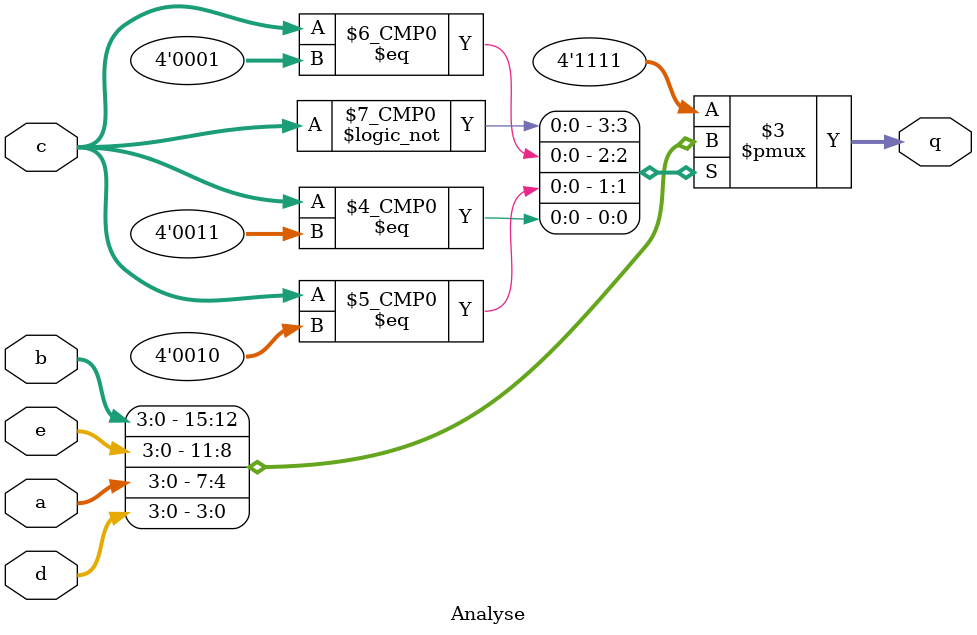
<source format=v>
module Analyse (
    input [3:0] a, b, c, d, e,
    output reg [3:0] q
);

    always @(*) begin
        case(c) 
            0: q <= b;
            1: q <= e;
            2: q <= a;
            3: q <= d;
        default: q <= 4'hf;
        endcase 
    end
    
endmodule
</source>
